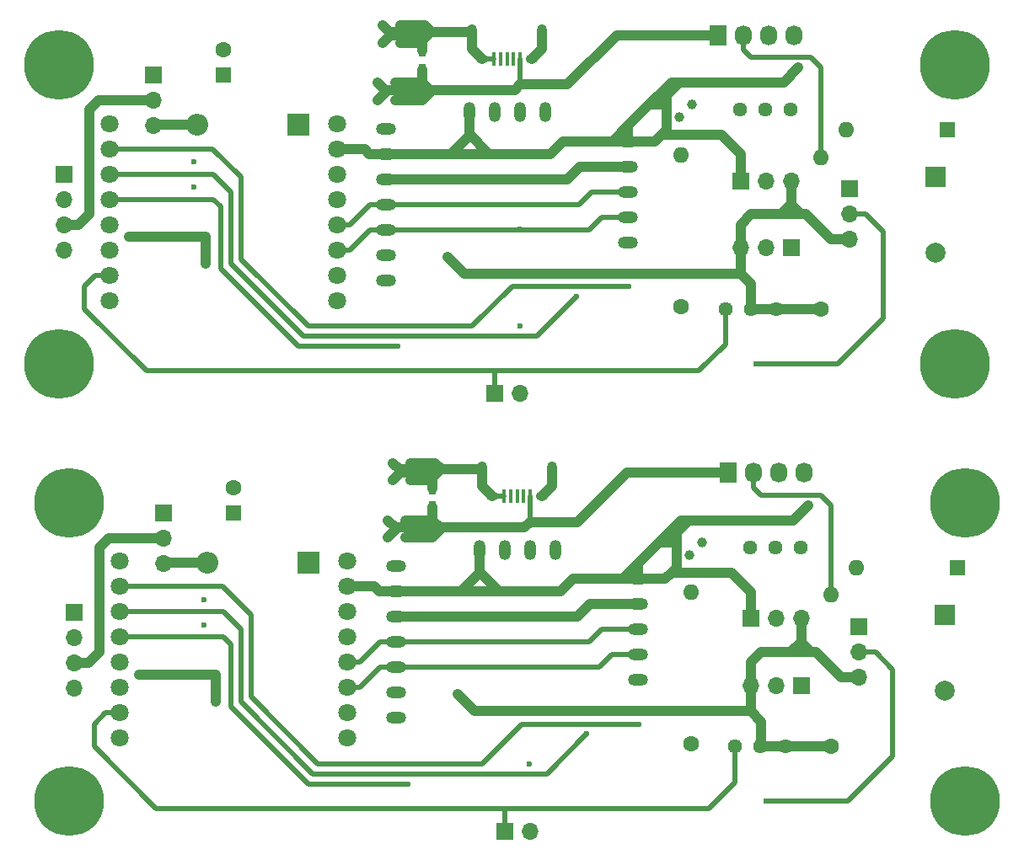
<source format=gtl>
%MOIN*%
%OFA0B0*%
%FSLAX46Y46*%
%IPPOS*%
%LPD*%
%ADD10C,0.0039370078740157488*%
%ADD11R,0.07874015748031496X0.07874015748031496*%
%ADD12C,0.07874015748031496*%
%ADD13R,0.029527559055118113X0.047244094488188976*%
%ADD14R,0.062992125984251982X0.062992125984251982*%
%ADD15C,0.062992125984251982*%
%ADD16O,0.062992125984251982X0.062992125984251982*%
%ADD17C,0.27559055118110237*%
%ADD18R,0.015748031496062995X0.053149606299212608*%
%ADD19O,0.049212598425196853X0.037401574803149609*%
%ADD20O,0.03937007874015748X0.0610236220472441*%
%ADD21R,0.066929133858267723X0.066929133858267723*%
%ADD22O,0.066929133858267723X0.066929133858267723*%
%ADD23C,0.03937007874015748*%
%ADD24R,0.03937007874015748X0.03937007874015748*%
%ADD25C,0.056692913385826771*%
%ADD26R,0.068X0.08*%
%ADD27O,0.068X0.08*%
%ADD28C,0.070866141732283464*%
%ADD29O,0.07874015748031496X0.047244094488188976*%
%ADD30O,0.047244094488188976X0.07874015748031496*%
%ADD31R,0.086614173228346469X0.086614173228346469*%
%ADD32O,0.086614173228346469X0.086614173228346469*%
%ADD33C,0.023622047244094488*%
%ADD34C,0.03937007874015748*%
%ADD35C,0.01968503937007874*%
%ADD46C,0.0039370078740157488*%
%ADD47R,0.07874015748031496X0.07874015748031496*%
%ADD48C,0.07874015748031496*%
%ADD49R,0.029527559055118113X0.047244094488188976*%
%ADD50R,0.062992125984251982X0.062992125984251982*%
%ADD51C,0.062992125984251982*%
%ADD52O,0.062992125984251982X0.062992125984251982*%
%ADD53C,0.27559055118110237*%
%ADD54R,0.015748031496062995X0.053149606299212608*%
%ADD55O,0.049212598425196853X0.037401574803149609*%
%ADD56O,0.03937007874015748X0.0610236220472441*%
%ADD57R,0.066929133858267723X0.066929133858267723*%
%ADD58O,0.066929133858267723X0.066929133858267723*%
%ADD59C,0.03937007874015748*%
%ADD60R,0.03937007874015748X0.03937007874015748*%
%ADD61C,0.056692913385826771*%
%ADD62R,0.068X0.08*%
%ADD63O,0.068X0.08*%
%ADD64C,0.070866141732283464*%
%ADD65O,0.07874015748031496X0.047244094488188976*%
%ADD66O,0.047244094488188976X0.07874015748031496*%
%ADD67R,0.086614173228346469X0.086614173228346469*%
%ADD68O,0.086614173228346469X0.086614173228346469*%
%ADD69C,0.023622047244094488*%
%ADD70C,0.03937007874015748*%
%ADD71C,0.01968503937007874*%
%LPD*%
G01*
D10*
D11*
X-0000039370Y0003385826D02*
X0003622047Y0002746062D03*
D12*
X0003622047Y0002446850D03*
D13*
X0001594488Y0003171259D03*
X0001594488Y0003246062D03*
D14*
X0000807086Y0003149606D03*
D15*
X0000807086Y0003248031D03*
D14*
X0003671259Y0002933070D03*
D16*
X0003271259Y0002933070D03*
D17*
X0000157480Y0003188976D03*
X0000157480Y0002007874D03*
X0003700787Y0003188976D03*
X0003700787Y0002007874D03*
D18*
X0001980314Y0003214566D03*
X0001954724Y0003214566D03*
X0001929133Y0003214566D03*
X0001903543Y0003214566D03*
X0001877952Y0003214566D03*
D19*
X0002027559Y0003214566D03*
X0001830708Y0003214566D03*
D20*
X0002066929Y0003320866D03*
X0001791338Y0003320866D03*
D21*
X0000531496Y0003149606D03*
D22*
X0000531496Y0003049606D03*
X0000531496Y0002949606D03*
D23*
X0002609055Y0002981496D03*
X0002659055Y0003031496D03*
D24*
X0002559055Y0003031496D03*
D21*
X0001879921Y0001889763D03*
D22*
X0001979921Y0001889763D03*
D15*
X0002618110Y0002234251D03*
D16*
X0002618110Y0002834251D03*
D15*
X0003169291Y0002224409D03*
D16*
X0003169291Y0002824409D03*
D25*
X0003051181Y0003011811D03*
X0002951181Y0003011811D03*
X0002851181Y0003011811D03*
X0002992125Y0002224409D03*
X0002892125Y0002224409D03*
X0002792125Y0002224409D03*
D26*
X0002763385Y0003307086D03*
D27*
X0002863385Y0003307086D03*
X0002963385Y0003307086D03*
X0003063385Y0003307086D03*
D21*
X0000177165Y0002755905D03*
D22*
X0000177165Y0002655905D03*
X0000177165Y0002555905D03*
X0000177165Y0002455905D03*
D21*
X0003282047Y0002698425D03*
D22*
X0003282047Y0002598425D03*
X0003282047Y0002498425D03*
D21*
X0002852755Y0002730866D03*
D22*
X0002952755Y0002730866D03*
X0003052755Y0002730866D03*
D21*
X0003052755Y0002465984D03*
D22*
X0002952755Y0002465984D03*
X0002852755Y0002465984D03*
D28*
X0001257086Y0002257480D03*
X0001257086Y0002357480D03*
X0001257086Y0002457480D03*
X0001257086Y0002557480D03*
X0001257086Y0002657480D03*
X0001257086Y0002757480D03*
X0001257086Y0002857480D03*
X0001257086Y0002957480D03*
X0000357086Y0002957480D03*
X0000357086Y0002857480D03*
X0000357086Y0002757480D03*
X0000357086Y0002657480D03*
X0000357086Y0002557480D03*
X0000357086Y0002457480D03*
X0000357086Y0002357480D03*
X0000357086Y0002257480D03*
D29*
X0001451417Y0002937795D03*
X0001451417Y0002837795D03*
X0002406850Y0002887795D03*
X0001451417Y0002737795D03*
X0002406850Y0002787795D03*
X0001451417Y0002637795D03*
X0002406850Y0002687795D03*
X0001451417Y0002537795D03*
X0002406850Y0002587795D03*
X0001451417Y0002437795D03*
X0002406850Y0002487795D03*
X0001451417Y0002337795D03*
D30*
X0001779133Y0003003425D03*
X0001879133Y0003003425D03*
X0001979133Y0003003425D03*
X0002079133Y0003003425D03*
D31*
X0001102362Y0002952755D03*
D32*
X0000702362Y0002952755D03*
D33*
X0001417322Y0003051181D03*
X0001486220Y0003051181D03*
X0001417322Y0003120078D03*
X0001486220Y0003120078D03*
X0000688976Y0002805118D03*
X0000688976Y0002706692D03*
X0001978346Y0002155511D03*
X0000738188Y0002401574D03*
X0000738188Y0002509842D03*
X0000433070Y0002509842D03*
X0003080708Y0003179133D03*
X0001437007Y0003277559D03*
X0001505905Y0003277559D03*
X0001505905Y0003346456D03*
X0001437007Y0003346456D03*
X0001692913Y0002431102D03*
X0001978346Y0002539370D03*
X0002086614Y0002637795D03*
X0001496062Y0002076771D03*
X0002913385Y0002007874D03*
X0002204724Y0002273622D03*
X0002411417Y0002312992D03*
D34*
X0000702362Y0002952755D02*
X0000534645Y0002952755D01*
X0000534645Y0002952755D02*
X0000531496Y0002949606D01*
X0001980314Y0003112204D02*
X0002167322Y0003112204D01*
X0002362204Y0003307086D02*
X0002763385Y0003307086D01*
X0002167322Y0003112204D02*
X0002362204Y0003307086D01*
X0001451417Y0002737795D02*
X0002166929Y0002737795D01*
X0002216929Y0002787795D02*
X0002406850Y0002787795D01*
X0002166929Y0002737795D02*
X0002216929Y0002787795D01*
X0001417322Y0003051181D02*
X0001456692Y0003090551D01*
X0001633858Y0003090551D02*
X0001456692Y0003090551D01*
X0001456692Y0003090551D02*
X0001446850Y0003090551D01*
X0001446850Y0003090551D02*
X0001417322Y0003120078D01*
X0001486220Y0003051181D02*
X0001594488Y0003051181D01*
X0001594488Y0003051181D02*
X0001633858Y0003090551D01*
X0001486220Y0003120078D02*
X0001594488Y0003120078D01*
D35*
X0001980314Y0003214566D02*
X0001980314Y0003112204D01*
D34*
X0001958661Y0003090551D02*
X0001633858Y0003090551D01*
X0001980314Y0003112204D02*
X0001958661Y0003090551D01*
X0001633858Y0003090551D02*
X0001624015Y0003090551D01*
X0001624015Y0003090551D02*
X0001594488Y0003120078D01*
X0001594488Y0003120078D02*
X0001594488Y0003171259D01*
X0000433070Y0002509842D02*
X0000738188Y0002509842D01*
X0000738188Y0002401574D02*
X0000738188Y0002509842D01*
X0002559055Y0003031496D02*
X0002559055Y0002933070D01*
X0002559055Y0002933070D02*
X0002539370Y0002913385D01*
X0002406850Y0002887795D02*
X0002513779Y0002887795D01*
X0002513779Y0002887795D02*
X0002539370Y0002913385D01*
X0002852755Y0002836220D02*
X0002852755Y0002730866D01*
X0002539370Y0002913385D02*
X0002775590Y0002913385D01*
X0002775590Y0002913385D02*
X0002852755Y0002836220D01*
X0002618110Y0003120078D02*
X0002578740Y0003120078D01*
X0002568897Y0003110236D02*
X0002490157Y0003031496D01*
X0002578740Y0003120078D02*
X0002568897Y0003110236D01*
X0003080708Y0003179133D02*
X0003021653Y0003120078D01*
X0003021653Y0003120078D02*
X0002618110Y0003120078D01*
X0002618110Y0003120078D02*
X0002608267Y0003120078D01*
X0002559055Y0003070866D02*
X0002559055Y0003031496D01*
X0002608267Y0003120078D02*
X0002559055Y0003070866D01*
X0002406850Y0002948188D02*
X0002346456Y0002887795D01*
X0002559055Y0003031496D02*
X0002490157Y0003031496D01*
X0002490157Y0003031496D02*
X0002406850Y0002948188D01*
X0002406850Y0002948188D02*
X0002406850Y0002887795D01*
X0001779133Y0002923228D02*
X0001779133Y0002915748D01*
X0001779133Y0002915748D02*
X0001857086Y0002837795D01*
X0001702755Y0002837795D02*
X0001857086Y0002837795D01*
X0001857086Y0002837795D02*
X0002099606Y0002837795D01*
X0002149606Y0002887795D02*
X0002346456Y0002887795D01*
X0002099606Y0002837795D02*
X0002149606Y0002887795D01*
X0002346456Y0002887795D02*
X0002406850Y0002887795D01*
X0001451417Y0002837795D02*
X0001384645Y0002837795D01*
X0001364960Y0002857480D02*
X0001257086Y0002857480D01*
X0001384645Y0002837795D02*
X0001364960Y0002857480D01*
X0001779133Y0003003425D02*
X0001779133Y0002923228D01*
X0001779133Y0002923228D02*
X0001779133Y0002911023D01*
X0001705905Y0002837795D02*
X0001702755Y0002837795D01*
X0001702755Y0002837795D02*
X0001451417Y0002837795D01*
X0001779133Y0002911023D02*
X0001705905Y0002837795D01*
X0001791338Y0003320866D02*
X0001791338Y0003253937D01*
X0001791338Y0003253937D02*
X0001830708Y0003214566D01*
X0001614173Y0003320866D02*
X0001462598Y0003320866D01*
X0001462598Y0003320866D02*
X0001437007Y0003346456D01*
X0001629921Y0003320866D02*
X0001614173Y0003320866D01*
X0001614173Y0003320866D02*
X0001588582Y0003320866D01*
X0001588582Y0003320866D02*
X0001574803Y0003307086D01*
X0001574803Y0003307086D02*
X0001466535Y0003307086D01*
X0001466535Y0003307086D02*
X0001437007Y0003277559D01*
X0001505905Y0003346456D02*
X0001604330Y0003346456D01*
X0001604330Y0003346456D02*
X0001629921Y0003320866D01*
X0001505905Y0003277559D02*
X0001594488Y0003277559D01*
X0001791338Y0003320866D02*
X0001629921Y0003320866D01*
X0001629921Y0003320866D02*
X0001627952Y0003320866D01*
X0001594488Y0003287401D02*
X0001594488Y0003277559D01*
X0001627952Y0003320866D02*
X0001594488Y0003287401D01*
X0001594488Y0003277559D02*
X0001594488Y0003246062D01*
D35*
X0001877952Y0003214566D02*
X0001830708Y0003214566D01*
D34*
X0002066929Y0003320866D02*
X0002066929Y0003253937D01*
X0002066929Y0003253937D02*
X0002027559Y0003214566D01*
X0002852755Y0002363779D02*
X0001760236Y0002363779D01*
X0001760236Y0002363779D02*
X0001692913Y0002431102D01*
X0003169291Y0002224409D02*
X0002992125Y0002224409D01*
X0002992125Y0002224409D02*
X0002892125Y0002224409D01*
X0002892125Y0002224409D02*
X0002893700Y0002225984D01*
X0002893700Y0002225984D02*
X0002893700Y0002322834D01*
X0002893700Y0002322834D02*
X0002852755Y0002363779D01*
X0002852755Y0002363779D02*
X0002852755Y0002363779D01*
X0002852755Y0002363779D02*
X0002852755Y0002465984D01*
X0003052755Y0002639370D02*
X0003052755Y0002636220D01*
X0003052755Y0002636220D02*
X0003090551Y0002598425D01*
X0003282047Y0002498425D02*
X0003210236Y0002498425D01*
X0003210236Y0002498425D02*
X0003110236Y0002598425D01*
X0003110236Y0002598425D02*
X0003090551Y0002598425D01*
X0003090551Y0002598425D02*
X0003011811Y0002598425D01*
X0002852755Y0002465984D02*
X0002852755Y0002557480D01*
X0003052755Y0002639370D02*
X0003052755Y0002730866D01*
X0003011811Y0002598425D02*
X0003052755Y0002639370D01*
X0002893700Y0002598425D02*
X0003011811Y0002598425D01*
X0002852755Y0002557480D02*
X0002893700Y0002598425D01*
X0000531496Y0003049606D02*
X0000313385Y0003049606D01*
X0000233070Y0002555905D02*
X0000177165Y0002555905D01*
X0000275590Y0002598425D02*
X0000233070Y0002555905D01*
X0000275590Y0003011811D02*
X0000275590Y0002598425D01*
X0000313385Y0003049606D02*
X0000275590Y0003011811D01*
D35*
X0001879921Y0001889763D02*
X0001879921Y0001978346D01*
X0002792125Y0002224409D02*
X0002792125Y0002083464D01*
X0000300393Y0002357480D02*
X0000357086Y0002357480D01*
X0000255905Y0002312992D02*
X0000300393Y0002357480D01*
X0000255905Y0002224409D02*
X0000255905Y0002312992D01*
X0000501968Y0001978346D02*
X0000255905Y0002224409D01*
X0002687007Y0001978346D02*
X0001879921Y0001978346D01*
X0001879921Y0001978346D02*
X0000501968Y0001978346D01*
X0002792125Y0002083464D02*
X0002687007Y0001978346D01*
X0002863385Y0003307086D02*
X0002863385Y0003248818D01*
X0003169291Y0003179133D02*
X0003169291Y0002824409D01*
X0003129921Y0003218503D02*
X0003169291Y0003179133D01*
X0002893700Y0003218503D02*
X0003129921Y0003218503D01*
X0002863385Y0003248818D02*
X0002893700Y0003218503D01*
X0001978346Y0002539370D02*
X0001978346Y0002537795D01*
X0001451417Y0002537795D02*
X0001978346Y0002537795D01*
X0001978346Y0002537795D02*
X0002252362Y0002537795D01*
X0002302362Y0002587795D02*
X0002406850Y0002587795D01*
X0002252362Y0002537795D02*
X0002302362Y0002587795D01*
X0001451417Y0002537795D02*
X0001386220Y0002537795D01*
X0001305905Y0002457480D02*
X0001257086Y0002457480D01*
X0001386220Y0002537795D02*
X0001305905Y0002457480D01*
X0001451417Y0002637795D02*
X0002086614Y0002637795D01*
X0002086614Y0002637795D02*
X0002214566Y0002637795D01*
X0002264566Y0002687795D02*
X0002406850Y0002687795D01*
X0002214566Y0002637795D02*
X0002264566Y0002687795D01*
X0001451417Y0002637795D02*
X0001387795Y0002637795D01*
X0001307480Y0002557480D02*
X0001257086Y0002557480D01*
X0001387795Y0002637795D02*
X0001307480Y0002557480D01*
X0003282047Y0002598425D02*
X0003346456Y0002598425D01*
X0000767716Y0002657480D02*
X0000357086Y0002657480D01*
X0000797244Y0002627952D02*
X0000767716Y0002657480D01*
X0000797244Y0002381889D02*
X0000797244Y0002627952D01*
X0001102362Y0002076771D02*
X0000797244Y0002381889D01*
X0001112204Y0002076771D02*
X0001102362Y0002076771D01*
X0001496062Y0002076771D02*
X0001112204Y0002076771D01*
X0003238188Y0002007874D02*
X0002913385Y0002007874D01*
X0003415354Y0002185039D02*
X0003238188Y0002007874D01*
X0003415354Y0002529527D02*
X0003415354Y0002185039D01*
X0003346456Y0002598425D02*
X0003415354Y0002529527D01*
X0000766141Y0002757480D02*
X0000357086Y0002757480D01*
X0000836614Y0002687007D02*
X0000766141Y0002757480D01*
X0000836614Y0002401574D02*
X0000836614Y0002687007D01*
X0001122047Y0002116141D02*
X0000836614Y0002401574D01*
X0002047244Y0002116141D02*
X0001122047Y0002116141D01*
X0002204724Y0002273622D02*
X0002047244Y0002116141D01*
X0002411417Y0002312992D02*
X0001948818Y0002312992D01*
X0001948818Y0002312992D02*
X0001791338Y0002155511D01*
X0000764566Y0002857480D02*
X0000357086Y0002857480D01*
X0000875984Y0002746062D02*
X0000764566Y0002857480D01*
X0000875984Y0002421259D02*
X0000875984Y0002746062D01*
X0001141732Y0002155511D02*
X0000875984Y0002421259D01*
X0001791338Y0002155511D02*
X0001141732Y0002155511D01*
G04 next file*
%LPD*%
G04 #@! TF.FileFunction,Copper,L1,Top,Signal*
G04 Gerber Fmt 4.6, Leading zero omitted, Abs format (unit mm)*
G04 Created by KiCad (PCBNEW 4.0.7) date 08/13/18 20:02:33*
G01*
G04 APERTURE LIST*
G04 APERTURE END LIST*
D46*
D47*
X0000000000Y0001653543D02*
X0003661417Y0001013779D03*
D48*
X0003661417Y0000714566D03*
D49*
X0001633858Y0001438976D03*
X0001633858Y0001513779D03*
D50*
X0000846456Y0001417322D03*
D51*
X0000846456Y0001515748D03*
D50*
X0003710629Y0001200787D03*
D52*
X0003310629Y0001200787D03*
D53*
X0000196850Y0001456692D03*
X0000196850Y0000275590D03*
X0003740157Y0001456692D03*
X0003740157Y0000275590D03*
D54*
X0002019685Y0001482283D03*
X0001994094Y0001482283D03*
X0001968503Y0001482283D03*
X0001942913Y0001482283D03*
X0001917322Y0001482283D03*
D55*
X0002066929Y0001482283D03*
X0001870078Y0001482283D03*
D56*
X0002106299Y0001588582D03*
X0001830708Y0001588582D03*
D57*
X0000570866Y0001417322D03*
D58*
X0000570866Y0001317322D03*
X0000570866Y0001217322D03*
D59*
X0002648425Y0001249212D03*
X0002698425Y0001299212D03*
D60*
X0002598425Y0001299212D03*
D57*
X0001919291Y0000157480D03*
D58*
X0002019291Y0000157480D03*
D51*
X0002657480Y0000501968D03*
D52*
X0002657480Y0001101968D03*
D51*
X0003208661Y0000492125D03*
D52*
X0003208661Y0001092125D03*
D61*
X0003090551Y0001279527D03*
X0002990551Y0001279527D03*
X0002890551Y0001279527D03*
X0003031496Y0000492125D03*
X0002931496Y0000492125D03*
X0002831496Y0000492125D03*
D62*
X0002802755Y0001574803D03*
D63*
X0002902755Y0001574803D03*
X0003002755Y0001574803D03*
X0003102755Y0001574803D03*
D57*
X0000216535Y0001023622D03*
D58*
X0000216535Y0000923622D03*
X0000216535Y0000823622D03*
X0000216535Y0000723622D03*
D57*
X0003321417Y0000966141D03*
D58*
X0003321417Y0000866141D03*
X0003321417Y0000766141D03*
D57*
X0002892125Y0000998582D03*
D58*
X0002992125Y0000998582D03*
X0003092125Y0000998582D03*
D57*
X0003092125Y0000733700D03*
D58*
X0002992125Y0000733700D03*
X0002892125Y0000733700D03*
D64*
X0001296456Y0000525196D03*
X0001296456Y0000625196D03*
X0001296456Y0000725196D03*
X0001296456Y0000825196D03*
X0001296456Y0000925196D03*
X0001296456Y0001025196D03*
X0001296456Y0001125196D03*
X0001296456Y0001225196D03*
X0000396456Y0001225196D03*
X0000396456Y0001125196D03*
X0000396456Y0001025196D03*
X0000396456Y0000925196D03*
X0000396456Y0000825196D03*
X0000396456Y0000725196D03*
X0000396456Y0000625196D03*
X0000396456Y0000525196D03*
D65*
X0001490787Y0001205511D03*
X0001490787Y0001105511D03*
X0002446220Y0001155511D03*
X0001490787Y0001005511D03*
X0002446220Y0001055511D03*
X0001490787Y0000905511D03*
X0002446220Y0000955511D03*
X0001490787Y0000805511D03*
X0002446220Y0000855511D03*
X0001490787Y0000705511D03*
X0002446220Y0000755511D03*
X0001490787Y0000605511D03*
D66*
X0001818503Y0001271141D03*
X0001918503Y0001271141D03*
X0002018503Y0001271141D03*
X0002118503Y0001271141D03*
D67*
X0001141732Y0001220472D03*
D68*
X0000741732Y0001220472D03*
D69*
X0001456692Y0001318897D03*
X0001525590Y0001318897D03*
X0001456692Y0001387795D03*
X0001525590Y0001387795D03*
X0000728346Y0001072834D03*
X0000728346Y0000974409D03*
X0002017716Y0000423228D03*
X0000777559Y0000669291D03*
X0000777559Y0000777559D03*
X0000472440Y0000777559D03*
X0003120078Y0001446850D03*
X0001476377Y0001545275D03*
X0001545275Y0001545275D03*
X0001545275Y0001614173D03*
X0001476377Y0001614173D03*
X0001732283Y0000698818D03*
X0002017716Y0000807086D03*
X0002125984Y0000905511D03*
X0001535433Y0000344488D03*
X0002952755Y0000275590D03*
X0002244094Y0000541338D03*
X0002450787Y0000580708D03*
D70*
X0000741732Y0001220472D02*
X0000574015Y0001220472D01*
X0000574015Y0001220472D02*
X0000570866Y0001217322D01*
X0002019685Y0001379921D02*
X0002206692Y0001379921D01*
X0002401574Y0001574803D02*
X0002802755Y0001574803D01*
X0002206692Y0001379921D02*
X0002401574Y0001574803D01*
X0001490787Y0001005511D02*
X0002206299Y0001005511D01*
X0002256299Y0001055511D02*
X0002446220Y0001055511D01*
X0002206299Y0001005511D02*
X0002256299Y0001055511D01*
X0001456692Y0001318897D02*
X0001496062Y0001358267D01*
X0001673228Y0001358267D02*
X0001496062Y0001358267D01*
X0001496062Y0001358267D02*
X0001486220Y0001358267D01*
X0001486220Y0001358267D02*
X0001456692Y0001387795D01*
X0001525590Y0001318897D02*
X0001633858Y0001318897D01*
X0001633858Y0001318897D02*
X0001673228Y0001358267D01*
X0001525590Y0001387795D02*
X0001633858Y0001387795D01*
D71*
X0002019685Y0001482283D02*
X0002019685Y0001379921D01*
D70*
X0001998031Y0001358267D02*
X0001673228Y0001358267D01*
X0002019685Y0001379921D02*
X0001998031Y0001358267D01*
X0001673228Y0001358267D02*
X0001663385Y0001358267D01*
X0001663385Y0001358267D02*
X0001633858Y0001387795D01*
X0001633858Y0001387795D02*
X0001633858Y0001438976D01*
X0000472440Y0000777559D02*
X0000777559Y0000777559D01*
X0000777559Y0000669291D02*
X0000777559Y0000777559D01*
X0002598425Y0001299212D02*
X0002598425Y0001200787D01*
X0002598425Y0001200787D02*
X0002578740Y0001181102D01*
X0002446220Y0001155511D02*
X0002553149Y0001155511D01*
X0002553149Y0001155511D02*
X0002578740Y0001181102D01*
X0002892125Y0001103937D02*
X0002892125Y0000998582D01*
X0002578740Y0001181102D02*
X0002814960Y0001181102D01*
X0002814960Y0001181102D02*
X0002892125Y0001103937D01*
X0002657480Y0001387795D02*
X0002618110Y0001387795D01*
X0002608267Y0001377952D02*
X0002529527Y0001299212D01*
X0002618110Y0001387795D02*
X0002608267Y0001377952D01*
X0003120078Y0001446850D02*
X0003061023Y0001387795D01*
X0003061023Y0001387795D02*
X0002657480Y0001387795D01*
X0002657480Y0001387795D02*
X0002647637Y0001387795D01*
X0002598425Y0001338582D02*
X0002598425Y0001299212D01*
X0002647637Y0001387795D02*
X0002598425Y0001338582D01*
X0002446220Y0001215905D02*
X0002385826Y0001155511D01*
X0002598425Y0001299212D02*
X0002529527Y0001299212D01*
X0002529527Y0001299212D02*
X0002446220Y0001215905D01*
X0002446220Y0001215905D02*
X0002446220Y0001155511D01*
X0001818503Y0001190944D02*
X0001818503Y0001183464D01*
X0001818503Y0001183464D02*
X0001896456Y0001105511D01*
X0001742125Y0001105511D02*
X0001896456Y0001105511D01*
X0001896456Y0001105511D02*
X0002138976Y0001105511D01*
X0002188976Y0001155511D02*
X0002385826Y0001155511D01*
X0002138976Y0001105511D02*
X0002188976Y0001155511D01*
X0002385826Y0001155511D02*
X0002446220Y0001155511D01*
X0001490787Y0001105511D02*
X0001424015Y0001105511D01*
X0001404330Y0001125196D02*
X0001296456Y0001125196D01*
X0001424015Y0001105511D02*
X0001404330Y0001125196D01*
X0001818503Y0001271141D02*
X0001818503Y0001190944D01*
X0001818503Y0001190944D02*
X0001818503Y0001178740D01*
X0001745275Y0001105511D02*
X0001742125Y0001105511D01*
X0001742125Y0001105511D02*
X0001490787Y0001105511D01*
X0001818503Y0001178740D02*
X0001745275Y0001105511D01*
X0001830708Y0001588582D02*
X0001830708Y0001521653D01*
X0001830708Y0001521653D02*
X0001870078Y0001482283D01*
X0001653543Y0001588582D02*
X0001501968Y0001588582D01*
X0001501968Y0001588582D02*
X0001476377Y0001614173D01*
X0001669291Y0001588582D02*
X0001653543Y0001588582D01*
X0001653543Y0001588582D02*
X0001627952Y0001588582D01*
X0001627952Y0001588582D02*
X0001614173Y0001574803D01*
X0001614173Y0001574803D02*
X0001505905Y0001574803D01*
X0001505905Y0001574803D02*
X0001476377Y0001545275D01*
X0001545275Y0001614173D02*
X0001643700Y0001614173D01*
X0001643700Y0001614173D02*
X0001669291Y0001588582D01*
X0001545275Y0001545275D02*
X0001633858Y0001545275D01*
X0001830708Y0001588582D02*
X0001669291Y0001588582D01*
X0001669291Y0001588582D02*
X0001667322Y0001588582D01*
X0001633858Y0001555118D02*
X0001633858Y0001545275D01*
X0001667322Y0001588582D02*
X0001633858Y0001555118D01*
X0001633858Y0001545275D02*
X0001633858Y0001513779D01*
D71*
X0001917322Y0001482283D02*
X0001870078Y0001482283D01*
D70*
X0002106299Y0001588582D02*
X0002106299Y0001521653D01*
X0002106299Y0001521653D02*
X0002066929Y0001482283D01*
X0002892125Y0000631496D02*
X0001799606Y0000631496D01*
X0001799606Y0000631496D02*
X0001732283Y0000698818D01*
X0003208661Y0000492125D02*
X0003031496Y0000492125D01*
X0003031496Y0000492125D02*
X0002931496Y0000492125D01*
X0002931496Y0000492125D02*
X0002933070Y0000493700D01*
X0002933070Y0000493700D02*
X0002933070Y0000590551D01*
X0002933070Y0000590551D02*
X0002892125Y0000631496D01*
X0002892125Y0000631496D02*
X0002892125Y0000631496D01*
X0002892125Y0000631496D02*
X0002892125Y0000733700D01*
X0003092125Y0000907086D02*
X0003092125Y0000903937D01*
X0003092125Y0000903937D02*
X0003129921Y0000866141D01*
X0003321417Y0000766141D02*
X0003249606Y0000766141D01*
X0003249606Y0000766141D02*
X0003149606Y0000866141D01*
X0003149606Y0000866141D02*
X0003129921Y0000866141D01*
X0003129921Y0000866141D02*
X0003051181Y0000866141D01*
X0002892125Y0000733700D02*
X0002892125Y0000825196D01*
X0003092125Y0000907086D02*
X0003092125Y0000998582D01*
X0003051181Y0000866141D02*
X0003092125Y0000907086D01*
X0002933070Y0000866141D02*
X0003051181Y0000866141D01*
X0002892125Y0000825196D02*
X0002933070Y0000866141D01*
X0000570866Y0001317322D02*
X0000352755Y0001317322D01*
X0000272440Y0000823622D02*
X0000216535Y0000823622D01*
X0000314960Y0000866141D02*
X0000272440Y0000823622D01*
X0000314960Y0001279527D02*
X0000314960Y0000866141D01*
X0000352755Y0001317322D02*
X0000314960Y0001279527D01*
D71*
X0001919291Y0000157480D02*
X0001919291Y0000246062D01*
X0002831496Y0000492125D02*
X0002831496Y0000351181D01*
X0000339763Y0000625196D02*
X0000396456Y0000625196D01*
X0000295275Y0000580708D02*
X0000339763Y0000625196D01*
X0000295275Y0000492125D02*
X0000295275Y0000580708D01*
X0000541338Y0000246062D02*
X0000295275Y0000492125D01*
X0002726377Y0000246062D02*
X0001919291Y0000246062D01*
X0001919291Y0000246062D02*
X0000541338Y0000246062D01*
X0002831496Y0000351181D02*
X0002726377Y0000246062D01*
X0002902755Y0001574803D02*
X0002902755Y0001516535D01*
X0003208661Y0001446850D02*
X0003208661Y0001092125D01*
X0003169291Y0001486220D02*
X0003208661Y0001446850D01*
X0002933070Y0001486220D02*
X0003169291Y0001486220D01*
X0002902755Y0001516535D02*
X0002933070Y0001486220D01*
X0002017716Y0000807086D02*
X0002017716Y0000805511D01*
X0001490787Y0000805511D02*
X0002017716Y0000805511D01*
X0002017716Y0000805511D02*
X0002291732Y0000805511D01*
X0002341732Y0000855511D02*
X0002446220Y0000855511D01*
X0002291732Y0000805511D02*
X0002341732Y0000855511D01*
X0001490787Y0000805511D02*
X0001425590Y0000805511D01*
X0001345275Y0000725196D02*
X0001296456Y0000725196D01*
X0001425590Y0000805511D02*
X0001345275Y0000725196D01*
X0001490787Y0000905511D02*
X0002125984Y0000905511D01*
X0002125984Y0000905511D02*
X0002253937Y0000905511D01*
X0002303937Y0000955511D02*
X0002446220Y0000955511D01*
X0002253937Y0000905511D02*
X0002303937Y0000955511D01*
X0001490787Y0000905511D02*
X0001427165Y0000905511D01*
X0001346850Y0000825196D02*
X0001296456Y0000825196D01*
X0001427165Y0000905511D02*
X0001346850Y0000825196D01*
X0003321417Y0000866141D02*
X0003385826Y0000866141D01*
X0000807086Y0000925196D02*
X0000396456Y0000925196D01*
X0000836614Y0000895669D02*
X0000807086Y0000925196D01*
X0000836614Y0000649606D02*
X0000836614Y0000895669D01*
X0001141732Y0000344488D02*
X0000836614Y0000649606D01*
X0001151574Y0000344488D02*
X0001141732Y0000344488D01*
X0001535433Y0000344488D02*
X0001151574Y0000344488D01*
X0003277559Y0000275590D02*
X0002952755Y0000275590D01*
X0003454724Y0000452755D02*
X0003277559Y0000275590D01*
X0003454724Y0000797244D02*
X0003454724Y0000452755D01*
X0003385826Y0000866141D02*
X0003454724Y0000797244D01*
X0000805511Y0001025196D02*
X0000396456Y0001025196D01*
X0000875984Y0000954724D02*
X0000805511Y0001025196D01*
X0000875984Y0000669291D02*
X0000875984Y0000954724D01*
X0001161417Y0000383858D02*
X0000875984Y0000669291D01*
X0002086614Y0000383858D02*
X0001161417Y0000383858D01*
X0002244094Y0000541338D02*
X0002086614Y0000383858D01*
X0002450787Y0000580708D02*
X0001988188Y0000580708D01*
X0001988188Y0000580708D02*
X0001830708Y0000423228D01*
X0000803937Y0001125196D02*
X0000396456Y0001125196D01*
X0000915354Y0001013779D02*
X0000803937Y0001125196D01*
X0000915354Y0000688976D02*
X0000915354Y0001013779D01*
X0001181102Y0000423228D02*
X0000915354Y0000688976D01*
X0001830708Y0000423228D02*
X0001181102Y0000423228D01*
M02*
</source>
